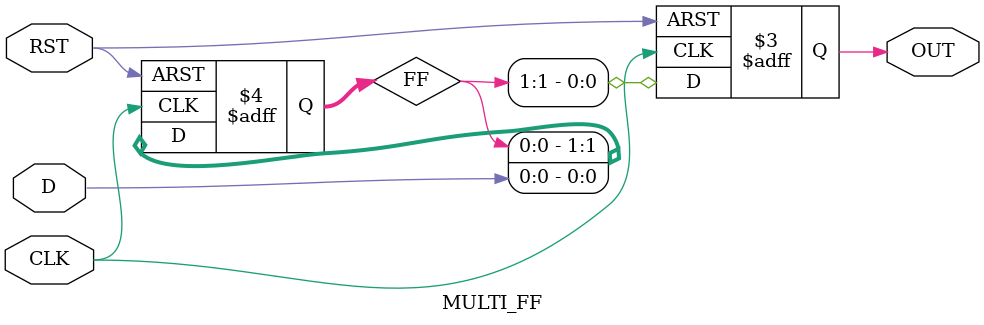
<source format=v>
module MULTI_FF #(parameter STAGES = 2) (

input	wire		CLK,
input	wire		RST,
input	wire		D,
output	reg		OUT


);

reg	[STAGES-1:0]	FF	;


always@(posedge CLK or negedge RST)
begin
if(!RST)

begin

OUT <= 'b0;
FF <= 'b0;

end

else
begin

FF <= { FF[STAGES-2:0] , D };
OUT <= FF[STAGES-1] ;

end


end


endmodule

</source>
